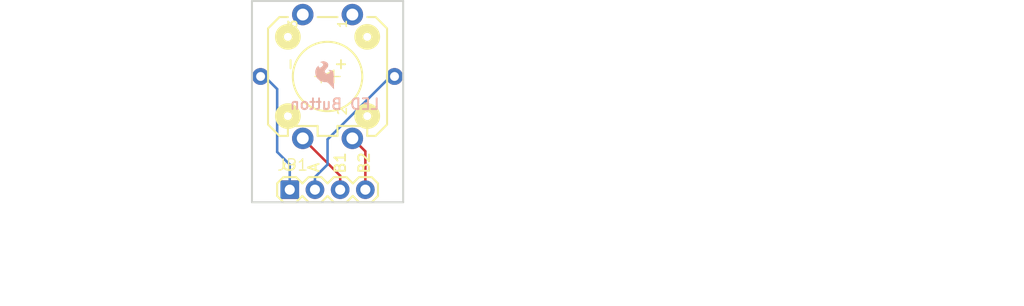
<source format=kicad_pcb>
(kicad_pcb (version 20211014) (generator pcbnew)
  (layers (0 "F.Cu" signal) (31 "B.Cu" signal) (34 "B.Paste" user) (35 "F.Paste" user) (36 "B.SilkS" user "B.Silkscreen") (37 "F.SilkS" user "F.Silkscreen") (38 "B.Mask" user) (39 "F.Mask" user) (44 "Edge.Cuts" user))
  (net 0 "")
  (net 1 "N$1")
  (net 2 "N$2")
  (net 3 "N$3")
  (net 4 "N$4")
  (footprint "boardEagle:CREATIVE_COMMONS" (layer "F.Cu") (at 135.8011 125.3236)
    (fp_text reference "U$1" hide)
    (fp_text value "CREATIVE_COMMONS" hide)
  )
  (footprint "boardEagle:1X04" (layer "F.Cu") (at 144.6911 113.8936)
    (fp_text reference "JP1" (at -1.3462 -1.8288) (layer "F.SilkS") (effects (font (size 1.143 1.143) (thickness 0.127)) (justify left bottom)))
    (fp_text value "")
    (fp_line (start 8.89 0.635) (end 8.255 1.27) (layer "F.SilkS") (width 0.2032))
    (fp_line (start 8.255 -1.27) (end 8.89 -0.635) (layer "F.SilkS") (width 0.2032))
    (fp_line (start 5.715 -1.27) (end 6.35 -0.635) (layer "F.SilkS") (width 0.2032))
    (fp_line (start 6.35 0.635) (end 6.985 1.27) (layer "F.SilkS") (width 0.2032))
    (fp_line (start -1.27 -0.635) (end -1.27 0.635) (layer "F.SilkS") (width 0.2032))
    (fp_line (start 4.445 -1.27) (end 5.715 -1.27) (layer "F.SilkS") (width 0.2032))
    (fp_line (start 3.81 0.635) (end 3.175 1.27) (layer "F.SilkS") (width 0.2032))
    (fp_line (start 3.175 1.27) (end 1.905 1.27) (layer "F.SilkS") (width 0.2032))
    (fp_line (start 6.35 0.635) (end 5.715 1.27) (layer "F.SilkS") (width 0.2032))
    (fp_line (start 8.89 -0.635) (end 8.89 0.635) (layer "F.SilkS") (width 0.2032))
    (fp_line (start -1.27 0.635) (end -0.635 1.27) (layer "F.SilkS") (width 0.2032))
    (fp_line (start 1.905 1.27) (end 1.27 0.635) (layer "F.SilkS") (width 0.2032))
    (fp_line (start 8.255 1.27) (end 6.985 1.27) (layer "F.SilkS") (width 0.2032))
    (fp_line (start -0.635 -1.27) (end 0.635 -1.27) (layer "F.SilkS") (width 0.2032))
    (fp_line (start 1.905 -1.27) (end 3.175 -1.27) (layer "F.SilkS") (width 0.2032))
    (fp_line (start 3.175 -1.27) (end 3.81 -0.635) (layer "F.SilkS") (width 0.2032))
    (fp_line (start 1.27 0.635) (end 0.635 1.27) (layer "F.SilkS") (width 0.2032))
    (fp_line (start 6.985 -1.27) (end 8.255 -1.27) (layer "F.SilkS") (width 0.2032))
    (fp_line (start 4.445 1.27) (end 3.81 0.635) (layer "F.SilkS") (width 0.2032))
    (fp_line (start 0.635 -1.27) (end 1.27 -0.635) (layer "F.SilkS") (width 0.2032))
    (fp_line (start 1.27 -0.635) (end 1.905 -1.27) (layer "F.SilkS") (width 0.2032))
    (fp_line (start 6.985 -1.27) (end 6.35 -0.635) (layer "F.SilkS") (width 0.2032))
    (fp_line (start 5.715 1.27) (end 4.445 1.27) (layer "F.SilkS") (width 0.2032))
    (fp_line (start 0.635 1.27) (end -0.635 1.27) (layer "F.SilkS") (width 0.2032))
    (fp_line (start -0.635 -1.27) (end -1.27 -0.635) (layer "F.SilkS") (width 0.2032))
    (fp_line (start 3.81 -0.635) (end 4.445 -1.27) (layer "F.SilkS") (width 0.2032))
    (pad "1" thru_hole rect (at 0 0 90) (size 1.8796 1.8796) (drill 1.016) (layers *.Cu *.Mask) (net 4 "N$4"))
    (pad "2" thru_hole circle (at 2.54 0 90) (size 1.8796 1.8796) (drill 1.016) (layers *.Cu *.Mask) (net 3 "N$3"))
    (pad "3" thru_hole circle (at 5.08 0 90) (size 1.8796 1.8796) (drill 1.016) (layers *.Cu *.Mask) (net 2 "N$2"))
    (pad "4" thru_hole circle (at 7.62 0 90) (size 1.8796 1.8796) (drill 1.016) (layers *.Cu *.Mask) (net 1 "N$1"))
  )
  (footprint "boardEagle:TACTILE-PTH-LED-12MM" (layer "F.Cu") (at 148.5011 102.4636 -90)
    (fp_text reference "S1" hide)
    (fp_text value "Switch" hide)
    (fp_text user "3" (at -4.8 3 -90) (layer "F.SilkS") (effects (font (size 0.8636 0.8636) (thickness 0.1524)) (justify left bottom)))
    (fp_text user "4" (at 4 3 -90) (layer "F.SilkS") (effects (font (size 0.8636 0.8636) (thickness 0.1524)) (justify left bottom)))
    (fp_text user "1" (at -4.8 -2 -90) (layer "F.SilkS") (effects (font (size 0.8636 0.8636) (thickness 0.1524)) (justify left bottom)))
    (fp_text user "-" (at -0.4445 3.175 -90) (layer "F.SilkS") (effects (font (size 1.0795 1.0795) (thickness 0.1905)) (justify left bottom)))
    (fp_text user "+" (at -0.4445 -1.905 -90) (layer "F.SilkS") (effects (font (size 1.0795 1.0795) (thickness 0.1905)) (justify left bottom)))
    (fp_text user "2" (at 4 -2 -90) (layer "F.SilkS") (effects (font (size 0.8636 0.8636) (thickness 0.1524)) (justify left bottom)))
    (fp_line (start 5 -4) (end 6 -4) (layer "F.SilkS") (width 0.2032))
    (fp_line (start 6 4.85) (end 4.85 6) (layer "F.SilkS") (width 0.2032))
    (fp_line (start 0.635 -0.635) (end 0 -0.635) (layer "F.SilkS") (width 0.127))
    (fp_line (start 6 1) (end 5 1) (layer "F.SilkS") (width 0.2032))
    (fp_line (start -6 1) (end -6 -1) (layer "F.SilkS") (width 0.2032))
    (fp_line (start 5 4) (end 6 4) (layer "F.SilkS") (width 0.2032))
    (fp_line (start 5 -1) (end 5 -4) (layer "F.SilkS") (width 0.2032))
    (fp_line (start 4.85 6) (end -4.85 6) (layer "F.SilkS") (width 0.2032))
    (fp_line (start 0 -0.635) (end 0 -1.27) (layer "F.SilkS") (width 0.127))
    (fp_line (start 6 -4.85) (end 6 -4) (layer "F.SilkS") (width 0.2032))
    (fp_line (start 0 0.635) (end 0.635 -0.635) (layer "F.SilkS") (width 0.127))
    (fp_line (start -4.85 -6) (end 4.85 -6) (layer "F.SilkS") (width 0.2032))
    (fp_line (start -6 4.85) (end -6 4) (layer "F.SilkS") (width 0.2032))
    (fp_line (start 0 0.635) (end -0.635 0.635) (layer "F.SilkS") (width 0.127))
    (fp_line (start 6 4) (end 6 4.85) (layer "F.SilkS") (width 0.2032))
    (fp_line (start -0.635 -0.635) (end 0 0.635) (layer "F.SilkS") (width 0.127))
    (fp_line (start -6 -4) (end -6 -4.85) (layer "F.SilkS") (width 0.2032))
    (fp_line (start -4.85 6) (end -6 4.85) (layer "F.SilkS") (width 0.2032))
    (fp_line (start 6 -1) (end 6 1) (layer "F.SilkS") (width 0.2032))
    (fp_line (start 0 -0.635) (end -0.635 -0.635) (layer "F.SilkS") (width 0.127))
    (fp_line (start -6 -4.85) (end -4.85 -6) (layer "F.SilkS") (width 0.2032))
    (fp_line (start 6 -1) (end 5 -1) (layer "F.SilkS") (width 0.2032))
    (fp_line (start 0 0.635) (end 0 1.27) (layer "F.SilkS") (width 0.127))
    (fp_line (start 0.635 0.635) (end 0 0.635) (layer "F.SilkS") (width 0.127))
    (fp_line (start 4.85 -6) (end 6 -4.85) (layer "F.SilkS") (width 0.2032))
    (fp_line (start 5 1) (end 5 4) (layer "F.SilkS") (width 0.2032))
    (fp_circle (center 0 0) (end 3.5 0) (layer "F.SilkS") (width 0.2032) (fill none))
    (fp_circle (center -4 -4) (end -3.6 -4) (layer "F.SilkS") (width 0.9) (fill none))
    (fp_circle (center -4 4) (end -3.6 4) (layer "F.SilkS") (width 0.9) (fill none))
    (fp_circle (center 4 4) (end 4.4 4) (layer "F.SilkS") (width 0.9) (fill none))
    (fp_circle (center 4 -4) (end 4.4 -4) (layer "F.SilkS") (width 0.9) (fill none))
    (pad "" np_thru_hole circle (at 0 -4.5 270) (size 1.6 1.6) (drill 1.6) (layers *.Cu *.Mask))
    (pad "" np_thru_hole circle (at 0 4.5 270) (size 1.6 1.6) (drill 1.6) (layers *.Cu *.Mask))
    (pad "1" thru_hole circle (at -6.25 -2.5 270) (size 2.159 2.159) (drill 1.2) (layers *.Cu *.Mask))
    (pad "2" thru_hole circle (at 6.25 -2.5 270) (size 2.159 2.159) (drill 1.2) (layers *.Cu *.Mask) (net 1 "N$1"))
    (pad "3" thru_hole circle (at -6.25 2.5 270) (size 2.159 2.159) (drill 1.2) (layers *.Cu *.Mask))
    (pad "4" thru_hole circle (at 6.25 2.5 270) (size 2.159 2.159) (drill 1.2) (layers *.Cu *.Mask) (net 2 "N$2"))
    (pad "A" thru_hole circle (at 0 -6.75 270) (size 1.7 1.7) (drill 0.9) (layers *.Cu *.Mask) (net 3 "N$3"))
    (pad "C" thru_hole circle (at 0 6.75 270) (size 1.7 1.7) (drill 0.9) (layers *.Cu *.Mask) (net 4 "N$4"))
  )
  (footprint "boardEagle:SFE-LOGO-FLAME" (layer "B.Cu") (at 149.1361 103.7336 180)
    (fp_text reference "JP3" hide)
    (fp_text value "LOGO-SFESK" hide)
    (fp_poly (pts (xy 1.126002 2.808203) (xy 1.215449 2.785829) (xy 1.228477 2.780783) (xy 1.240149 2.774875) (xy 1.25686 2.766576) (xy 1.275552 2.759834) (xy 1.371694 2.7026) (xy 1.3793 2.7026) (xy 1.3793 2.6772) (xy 1.306833 2.6772) (xy 1.208418 2.657914) (xy 1.074855 2.495286) (xy 1.079365 2.436825) (xy 1.12809 2.341869) (xy 1.204666 2.265196) (xy 1.294069 2.200638) (xy 1.369348 2.168824) (xy 1.450737 2.171632) (xy 1.458864 2.174186) (xy 1.466257 2.177389) (xy 1.530514 2.236956) (xy 1.5368 2.259812) (xy 1.5368 2.377938) (xy 1.763707 2.148127) (xy 1.868186 1.856841) (xy 1.871603 1.856894) (xy 1.87806 1.650435) (xy 1.848857 1.45742) (xy 1.785308 1.272842) (xy 1.6663 1.061578) (xy 1.6663 1.080581) (xy 1.378131 0.80901) (xy 0.982239 0.6985) (xy 0.753005 0.6985) (xy 0.716201 0.692046) (xy 0.681776 0.679592) (xy 0.496322 0.541784) (xy -0.0126 -0.03091) (xy -0.0126 1.52077) (xy 0.060004 1.761967) (xy 0.168295 1.865489) (xy 0.307122 1.917522) (xy 0.4039 1.925089) (xy 0.499384 1.917623) (xy 0.55991 1.908099) (xy 0.557788 1.884433) (xy 0.522216 1.885242) (xy 0.501784 1.876141) (xy 0.420519 1.817154) (xy 0.400722 1.79067) (xy 0.390395 1.7285) (xy 0.400905 1.665229) (xy 0.421405 1.625174) (xy 0.452343 1.592685) (xy 0.546535 1.54355) (xy 0.652229 1.531742) (xy 0.742768 1.550084) (xy 0.82422 1.589656) (xy 0.92203 1.754659) (xy 0.907706 1.848844) (xy 0.850914 1.930401) (xy 0.584707 2.263237) (xy 0.561667 2.510855) (xy 0.627495 2.621556) (xy 0.629042 2.623103) (xy 0.778901 2.74712) (xy 1.032676 2.817064)) (layer "B.SilkS") (width 0) (fill solid))
  )
  (gr_line (start 156.1211 94.8436) (end 140.8811 94.8436) (layer "Edge.Cuts") (width 0.2032))
  (gr_line (start 156.1211 115.1636) (end 156.1211 94.8436) (layer "Edge.Cuts") (width 0.2032))
  (gr_line (start 140.8811 115.1636) (end 156.1211 115.1636) (layer "Edge.Cuts") (width 0.2032))
  (gr_line (start 140.8811 94.8436) (end 140.8811 115.1636) (layer "Edge.Cuts") (width 0.2032))
  (gr_text "LED Button" (at 153.8351 105.8926) (layer "B.SilkS") (effects (font (size 1.0795 1.0795) (thickness 0.1905)) (justify left bottom mirror)))
  (gr_text "B1" (at 150.4061 112.3696 90) (layer "F.SilkS") (effects (font (size 1.0795 1.0795) (thickness 0.1905)) (justify left bottom)))
  (gr_text "C" (at 145.3261 112.2426 90) (layer "F.SilkS") (effects (font (size 1.0795 1.0795) (thickness 0.1905)) (justify left bottom)))
  (gr_text "B2" (at 152.8191 112.3696 90) (layer "F.SilkS") (effects (font (size 1.0795 1.0795) (thickness 0.1905)) (justify left bottom)))
  (gr_text "A" (at 147.7391 112.2426 90) (layer "F.SilkS") (effects (font (size 1.0795 1.0795) (thickness 0.1905)) (justify left bottom)))
  (segment (start 152.3111 113.8936) (end 152.3111 110.0236) (width 0.254) (layer "F.Cu") (net 1))
  (segment (start 152.3111 110.0236) (end 151.0011 108.7136) (width 0.254) (layer "F.Cu") (net 1))
  (segment (start 149.7711 112.4836) (end 146.0011 108.7136) (width 0.254) (layer "F.Cu") (net 2))
  (segment (start 149.7711 113.8936) (end 149.7711 112.4836) (width 0.254) (layer "F.Cu") (net 2))
  (segment (start 147.2311 112.6236) (end 148.5011 111.3536) (width 0.254) (layer "B.Cu") (net 3))
  (segment (start 148.5011 111.3536) (end 148.5011 108.8136) (width 0.254) (layer "B.Cu") (net 3))
  (segment (start 147.2311 113.8936) (end 147.2311 112.6236) (width 0.254) (layer "B.Cu") (net 3))
  (segment (start 154.8511 102.4636) (end 155.2511 102.4636) (width 0.254) (layer "B.Cu") (net 3))
  (segment (start 148.5011 108.8136) (end 154.8511 102.4636) (width 0.254) (layer "B.Cu") (net 3))
  (segment (start 142.1511 102.4636) (end 141.7511 102.4636) (width 0.254) (layer "B.Cu") (net 4))
  (segment (start 143.4211 110.0836) (end 143.4211 103.7336) (width 0.254) (layer "B.Cu") (net 4))
  (segment (start 143.4211 103.7336) (end 142.1511 102.4636) (width 0.254) (layer "B.Cu") (net 4))
  (segment (start 144.6911 111.3536) (end 143.4211 110.0836) (width 0.254) (layer "B.Cu") (net 4))
  (segment (start 144.6911 113.8936) (end 144.6911 111.3536) (width 0.254) (layer "B.Cu") (net 4))
)
</source>
